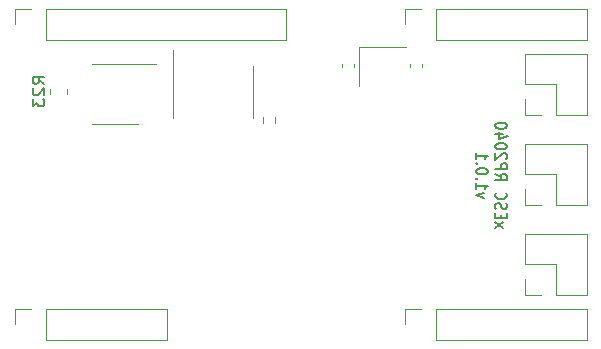
<source format=gbr>
%TF.GenerationSoftware,KiCad,Pcbnew,6.0.6+dfsg-1~bpo11+1*%
%TF.CreationDate,2022-08-14T06:53:32+00:00*%
%TF.ProjectId,xESC2,78455343-322e-46b6-9963-61645f706362,rev?*%
%TF.SameCoordinates,Original*%
%TF.FileFunction,Legend,Bot*%
%TF.FilePolarity,Positive*%
%FSLAX46Y46*%
G04 Gerber Fmt 4.6, Leading zero omitted, Abs format (unit mm)*
G04 Created by KiCad (PCBNEW 6.0.6+dfsg-1~bpo11+1) date 2022-08-14 06:53:32*
%MOMM*%
%LPD*%
G01*
G04 APERTURE LIST*
%ADD10C,0.150000*%
%ADD11C,0.120000*%
G04 APERTURE END LIST*
D10*
X270377619Y-122953571D02*
X271044285Y-122482142D01*
X271044285Y-122953571D02*
X270377619Y-122482142D01*
X270901428Y-122139285D02*
X270901428Y-121839285D01*
X270377619Y-121710714D02*
X270377619Y-122139285D01*
X271377619Y-122139285D01*
X271377619Y-121710714D01*
X270425238Y-121367857D02*
X270377619Y-121239285D01*
X270377619Y-121025000D01*
X270425238Y-120939285D01*
X270472857Y-120896428D01*
X270568095Y-120853571D01*
X270663333Y-120853571D01*
X270758571Y-120896428D01*
X270806190Y-120939285D01*
X270853809Y-121025000D01*
X270901428Y-121196428D01*
X270949047Y-121282142D01*
X270996666Y-121325000D01*
X271091904Y-121367857D01*
X271187142Y-121367857D01*
X271282380Y-121325000D01*
X271330000Y-121282142D01*
X271377619Y-121196428D01*
X271377619Y-120982142D01*
X271330000Y-120853571D01*
X270472857Y-119953571D02*
X270425238Y-119996428D01*
X270377619Y-120125000D01*
X270377619Y-120210714D01*
X270425238Y-120339285D01*
X270520476Y-120425000D01*
X270615714Y-120467857D01*
X270806190Y-120510714D01*
X270949047Y-120510714D01*
X271139523Y-120467857D01*
X271234761Y-120425000D01*
X271330000Y-120339285D01*
X271377619Y-120210714D01*
X271377619Y-120125000D01*
X271330000Y-119996428D01*
X271282380Y-119953571D01*
X270377619Y-118367857D02*
X270853809Y-118667857D01*
X270377619Y-118882142D02*
X271377619Y-118882142D01*
X271377619Y-118539285D01*
X271330000Y-118453571D01*
X271282380Y-118410714D01*
X271187142Y-118367857D01*
X271044285Y-118367857D01*
X270949047Y-118410714D01*
X270901428Y-118453571D01*
X270853809Y-118539285D01*
X270853809Y-118882142D01*
X270377619Y-117982142D02*
X271377619Y-117982142D01*
X271377619Y-117639285D01*
X271330000Y-117553571D01*
X271282380Y-117510714D01*
X271187142Y-117467857D01*
X271044285Y-117467857D01*
X270949047Y-117510714D01*
X270901428Y-117553571D01*
X270853809Y-117639285D01*
X270853809Y-117982142D01*
X271282380Y-117125000D02*
X271330000Y-117082142D01*
X271377619Y-116996428D01*
X271377619Y-116782142D01*
X271330000Y-116696428D01*
X271282380Y-116653571D01*
X271187142Y-116610714D01*
X271091904Y-116610714D01*
X270949047Y-116653571D01*
X270377619Y-117167857D01*
X270377619Y-116610714D01*
X271377619Y-116053571D02*
X271377619Y-115967857D01*
X271330000Y-115882142D01*
X271282380Y-115839285D01*
X271187142Y-115796428D01*
X270996666Y-115753571D01*
X270758571Y-115753571D01*
X270568095Y-115796428D01*
X270472857Y-115839285D01*
X270425238Y-115882142D01*
X270377619Y-115967857D01*
X270377619Y-116053571D01*
X270425238Y-116139285D01*
X270472857Y-116182142D01*
X270568095Y-116225000D01*
X270758571Y-116267857D01*
X270996666Y-116267857D01*
X271187142Y-116225000D01*
X271282380Y-116182142D01*
X271330000Y-116139285D01*
X271377619Y-116053571D01*
X271044285Y-114982142D02*
X270377619Y-114982142D01*
X271425238Y-115196428D02*
X270710952Y-115410714D01*
X270710952Y-114853571D01*
X271377619Y-114339285D02*
X271377619Y-114253571D01*
X271330000Y-114167857D01*
X271282380Y-114125000D01*
X271187142Y-114082142D01*
X270996666Y-114039285D01*
X270758571Y-114039285D01*
X270568095Y-114082142D01*
X270472857Y-114125000D01*
X270425238Y-114167857D01*
X270377619Y-114253571D01*
X270377619Y-114339285D01*
X270425238Y-114425000D01*
X270472857Y-114467857D01*
X270568095Y-114510714D01*
X270758571Y-114553571D01*
X270996666Y-114553571D01*
X271187142Y-114510714D01*
X271282380Y-114467857D01*
X271330000Y-114425000D01*
X271377619Y-114339285D01*
X269434285Y-120403571D02*
X268767619Y-120189285D01*
X269434285Y-119975000D01*
X268767619Y-119160714D02*
X268767619Y-119675000D01*
X268767619Y-119417857D02*
X269767619Y-119417857D01*
X269624761Y-119503571D01*
X269529523Y-119589285D01*
X269481904Y-119675000D01*
X268862857Y-118775000D02*
X268815238Y-118732142D01*
X268767619Y-118775000D01*
X268815238Y-118817857D01*
X268862857Y-118775000D01*
X268767619Y-118775000D01*
X269767619Y-118175000D02*
X269767619Y-118089285D01*
X269720000Y-118003571D01*
X269672380Y-117960714D01*
X269577142Y-117917857D01*
X269386666Y-117875000D01*
X269148571Y-117875000D01*
X268958095Y-117917857D01*
X268862857Y-117960714D01*
X268815238Y-118003571D01*
X268767619Y-118089285D01*
X268767619Y-118175000D01*
X268815238Y-118260714D01*
X268862857Y-118303571D01*
X268958095Y-118346428D01*
X269148571Y-118389285D01*
X269386666Y-118389285D01*
X269577142Y-118346428D01*
X269672380Y-118303571D01*
X269720000Y-118260714D01*
X269767619Y-118175000D01*
X268862857Y-117489285D02*
X268815238Y-117446428D01*
X268767619Y-117489285D01*
X268815238Y-117532142D01*
X268862857Y-117489285D01*
X268767619Y-117489285D01*
X268767619Y-116589285D02*
X268767619Y-117103571D01*
X268767619Y-116846428D02*
X269767619Y-116846428D01*
X269624761Y-116932142D01*
X269529523Y-117017857D01*
X269481904Y-117103571D01*
%TO.C,R23*%
X232202380Y-110757142D02*
X231726190Y-110423809D01*
X232202380Y-110185714D02*
X231202380Y-110185714D01*
X231202380Y-110566666D01*
X231250000Y-110661904D01*
X231297619Y-110709523D01*
X231392857Y-110757142D01*
X231535714Y-110757142D01*
X231630952Y-110709523D01*
X231678571Y-110661904D01*
X231726190Y-110566666D01*
X231726190Y-110185714D01*
X231297619Y-111138095D02*
X231250000Y-111185714D01*
X231202380Y-111280952D01*
X231202380Y-111519047D01*
X231250000Y-111614285D01*
X231297619Y-111661904D01*
X231392857Y-111709523D01*
X231488095Y-111709523D01*
X231630952Y-111661904D01*
X232202380Y-111090476D01*
X232202380Y-111709523D01*
X231202380Y-112042857D02*
X231202380Y-112661904D01*
X231583333Y-112328571D01*
X231583333Y-112471428D01*
X231630952Y-112566666D01*
X231678571Y-112614285D01*
X231773809Y-112661904D01*
X232011904Y-112661904D01*
X232107142Y-112614285D01*
X232154761Y-112566666D01*
X232202380Y-112471428D01*
X232202380Y-112185714D01*
X232154761Y-112090476D01*
X232107142Y-112042857D01*
D11*
%TO.C,J4*%
X232330000Y-132430000D02*
X242550000Y-132430000D01*
X242550000Y-129770000D02*
X242550000Y-132430000D01*
X232330000Y-129770000D02*
X242550000Y-129770000D01*
X229730000Y-129770000D02*
X229730000Y-131100000D01*
X231060000Y-129770000D02*
X229730000Y-129770000D01*
X232330000Y-129770000D02*
X232330000Y-132430000D01*
%TO.C,J7*%
X265350000Y-104370000D02*
X265350000Y-107030000D01*
X264080000Y-104370000D02*
X262750000Y-104370000D01*
X278110000Y-104370000D02*
X278110000Y-107030000D01*
X265350000Y-107030000D02*
X278110000Y-107030000D01*
X262750000Y-104370000D02*
X262750000Y-105700000D01*
X265350000Y-104370000D02*
X278110000Y-104370000D01*
%TO.C,J8*%
X265350000Y-129770000D02*
X278110000Y-129770000D01*
X265350000Y-129770000D02*
X265350000Y-132430000D01*
X265350000Y-132430000D02*
X278110000Y-132430000D01*
X264080000Y-129770000D02*
X262750000Y-129770000D01*
X262750000Y-129770000D02*
X262750000Y-131100000D01*
X278110000Y-129770000D02*
X278110000Y-132430000D01*
%TO.C,J10*%
X275510000Y-113380000D02*
X278110000Y-113380000D01*
X272910000Y-113380000D02*
X274240000Y-113380000D01*
X272910000Y-110780000D02*
X272910000Y-108180000D01*
X272910000Y-108180000D02*
X278110000Y-108180000D01*
X272910000Y-112050000D02*
X272910000Y-113380000D01*
X278110000Y-113380000D02*
X278110000Y-108180000D01*
X275510000Y-110780000D02*
X275510000Y-113380000D01*
X272910000Y-110780000D02*
X275510000Y-110780000D01*
%TO.C,J9*%
X275510000Y-121000000D02*
X278110000Y-121000000D01*
X272910000Y-118400000D02*
X275510000Y-118400000D01*
X272910000Y-118400000D02*
X272910000Y-115800000D01*
X272910000Y-115800000D02*
X278110000Y-115800000D01*
X272910000Y-119670000D02*
X272910000Y-121000000D01*
X278110000Y-121000000D02*
X278110000Y-115800000D01*
X275510000Y-118400000D02*
X275510000Y-121000000D01*
X272910000Y-121000000D02*
X274240000Y-121000000D01*
%TO.C,J6*%
X272910000Y-126020000D02*
X275510000Y-126020000D01*
X275510000Y-128620000D02*
X278110000Y-128620000D01*
X272910000Y-128620000D02*
X274240000Y-128620000D01*
X275510000Y-126020000D02*
X275510000Y-128620000D01*
X272910000Y-127290000D02*
X272910000Y-128620000D01*
X278110000Y-128620000D02*
X278110000Y-123420000D01*
X272910000Y-126020000D02*
X272910000Y-123420000D01*
X272910000Y-123420000D02*
X278110000Y-123420000D01*
%TO.C,U7*%
X249855000Y-111464524D02*
X249855000Y-109264524D01*
X243085000Y-111464524D02*
X243085000Y-107864524D01*
X243085000Y-111464524D02*
X243085000Y-113664524D01*
X249855000Y-111464524D02*
X249855000Y-113664524D01*
%TO.C,R23*%
X232665000Y-111172936D02*
X232665000Y-111627064D01*
X234135000Y-111172936D02*
X234135000Y-111627064D01*
%TO.C,U6*%
X238200000Y-109040000D02*
X236250000Y-109040000D01*
X238200000Y-114160000D02*
X236250000Y-114160000D01*
X238200000Y-109040000D02*
X241650000Y-109040000D01*
X238200000Y-114160000D02*
X240150000Y-114160000D01*
%TO.C,C29*%
X257390000Y-109340580D02*
X257390000Y-109059420D01*
X258410000Y-109340580D02*
X258410000Y-109059420D01*
%TO.C,J1*%
X232320000Y-107030000D02*
X252700000Y-107030000D01*
X229720000Y-104370000D02*
X229720000Y-105700000D01*
X252700000Y-104370000D02*
X252700000Y-107030000D01*
X231050000Y-104370000D02*
X229720000Y-104370000D01*
X232320000Y-104370000D02*
X232320000Y-107030000D01*
X232320000Y-104370000D02*
X252700000Y-104370000D01*
%TO.C,Y2*%
X258800000Y-110950000D02*
X258800000Y-107650000D01*
X258800000Y-107650000D02*
X262800000Y-107650000D01*
%TO.C,C28*%
X263190000Y-109059420D02*
X263190000Y-109340580D01*
X264210000Y-109059420D02*
X264210000Y-109340580D01*
%TO.C,R24*%
X251722500Y-114037258D02*
X251722500Y-113562742D01*
X250677500Y-114037258D02*
X250677500Y-113562742D01*
%TD*%
M02*

</source>
